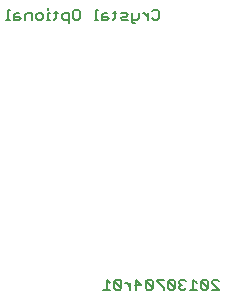
<source format=gbo>
G75*
G70*
%OFA0B0*%
%FSLAX24Y24*%
%IPPOS*%
%LPD*%
%AMOC8*
5,1,8,0,0,1.08239X$1,22.5*
%
%ADD10C,0.0060*%
D10*
X006638Y001255D02*
X006865Y001255D01*
X006751Y001255D02*
X006751Y001595D01*
X006865Y001482D01*
X007006Y001539D02*
X007006Y001312D01*
X007063Y001255D01*
X007177Y001255D01*
X007233Y001312D01*
X007006Y001539D01*
X007063Y001595D01*
X007177Y001595D01*
X007233Y001539D01*
X007233Y001312D01*
X007370Y001482D02*
X007427Y001482D01*
X007540Y001368D01*
X007540Y001255D02*
X007540Y001482D01*
X007682Y001425D02*
X007908Y001425D01*
X007738Y001595D01*
X007738Y001255D01*
X008050Y001312D02*
X008107Y001255D01*
X008220Y001255D01*
X008277Y001312D01*
X008050Y001539D01*
X008050Y001312D01*
X008050Y001539D02*
X008107Y001595D01*
X008220Y001595D01*
X008277Y001539D01*
X008277Y001312D01*
X008418Y001539D02*
X008645Y001312D01*
X008645Y001255D01*
X008787Y001312D02*
X008843Y001255D01*
X008957Y001255D01*
X009013Y001312D01*
X008787Y001539D01*
X008787Y001312D01*
X009013Y001312D02*
X009013Y001539D01*
X008957Y001595D01*
X008843Y001595D01*
X008787Y001539D01*
X008645Y001595D02*
X008418Y001595D01*
X008418Y001539D01*
X009155Y001539D02*
X009155Y001482D01*
X009212Y001425D01*
X009155Y001368D01*
X009155Y001312D01*
X009212Y001255D01*
X009325Y001255D01*
X009382Y001312D01*
X009523Y001255D02*
X009750Y001255D01*
X009637Y001255D02*
X009637Y001595D01*
X009750Y001482D01*
X009891Y001539D02*
X009891Y001312D01*
X009948Y001255D01*
X010062Y001255D01*
X010118Y001312D01*
X009891Y001539D01*
X009948Y001595D01*
X010062Y001595D01*
X010118Y001539D01*
X010118Y001312D01*
X010260Y001255D02*
X010487Y001255D01*
X010260Y001482D01*
X010260Y001539D01*
X010317Y001595D01*
X010430Y001595D01*
X010487Y001539D01*
X009382Y001539D02*
X009325Y001595D01*
X009212Y001595D01*
X009155Y001539D01*
X009212Y001425D02*
X009268Y001425D01*
X007698Y010142D02*
X007641Y010142D01*
X007585Y010198D01*
X007585Y010482D01*
X007811Y010482D02*
X007811Y010312D01*
X007755Y010255D01*
X007585Y010255D01*
X007443Y010255D02*
X007273Y010255D01*
X007216Y010312D01*
X007273Y010368D01*
X007386Y010368D01*
X007443Y010425D01*
X007386Y010482D01*
X007216Y010482D01*
X007075Y010482D02*
X006961Y010482D01*
X007018Y010539D02*
X007018Y010312D01*
X006961Y010255D01*
X006829Y010312D02*
X006773Y010368D01*
X006602Y010368D01*
X006602Y010425D02*
X006602Y010255D01*
X006773Y010255D01*
X006829Y010312D01*
X006773Y010482D02*
X006659Y010482D01*
X006602Y010425D01*
X006461Y010255D02*
X006348Y010255D01*
X006404Y010255D02*
X006404Y010595D01*
X006461Y010595D01*
X005847Y010539D02*
X005847Y010312D01*
X005790Y010255D01*
X005677Y010255D01*
X005620Y010312D01*
X005620Y010539D01*
X005677Y010595D01*
X005790Y010595D01*
X005847Y010539D01*
X005479Y010482D02*
X005479Y010142D01*
X005479Y010255D02*
X005309Y010255D01*
X005252Y010312D01*
X005252Y010425D01*
X005309Y010482D01*
X005479Y010482D01*
X005110Y010482D02*
X004997Y010482D01*
X005054Y010539D02*
X005054Y010312D01*
X004997Y010255D01*
X004865Y010255D02*
X004751Y010255D01*
X004808Y010255D02*
X004808Y010482D01*
X004865Y010482D01*
X004808Y010595D02*
X004808Y010652D01*
X004619Y010425D02*
X004563Y010482D01*
X004449Y010482D01*
X004393Y010425D01*
X004393Y010312D01*
X004449Y010255D01*
X004563Y010255D01*
X004619Y010312D01*
X004619Y010425D01*
X004251Y010482D02*
X004251Y010255D01*
X004024Y010255D02*
X004024Y010425D01*
X004081Y010482D01*
X004251Y010482D01*
X003883Y010312D02*
X003826Y010368D01*
X003656Y010368D01*
X003656Y010425D02*
X003656Y010255D01*
X003826Y010255D01*
X003883Y010312D01*
X003826Y010482D02*
X003713Y010482D01*
X003656Y010425D01*
X003514Y010255D02*
X003401Y010255D01*
X003458Y010255D02*
X003458Y010595D01*
X003514Y010595D01*
X007948Y010482D02*
X008005Y010482D01*
X008118Y010368D01*
X008118Y010255D02*
X008118Y010482D01*
X008260Y010539D02*
X008317Y010595D01*
X008430Y010595D01*
X008487Y010539D01*
X008487Y010312D01*
X008430Y010255D01*
X008317Y010255D01*
X008260Y010312D01*
M02*

</source>
